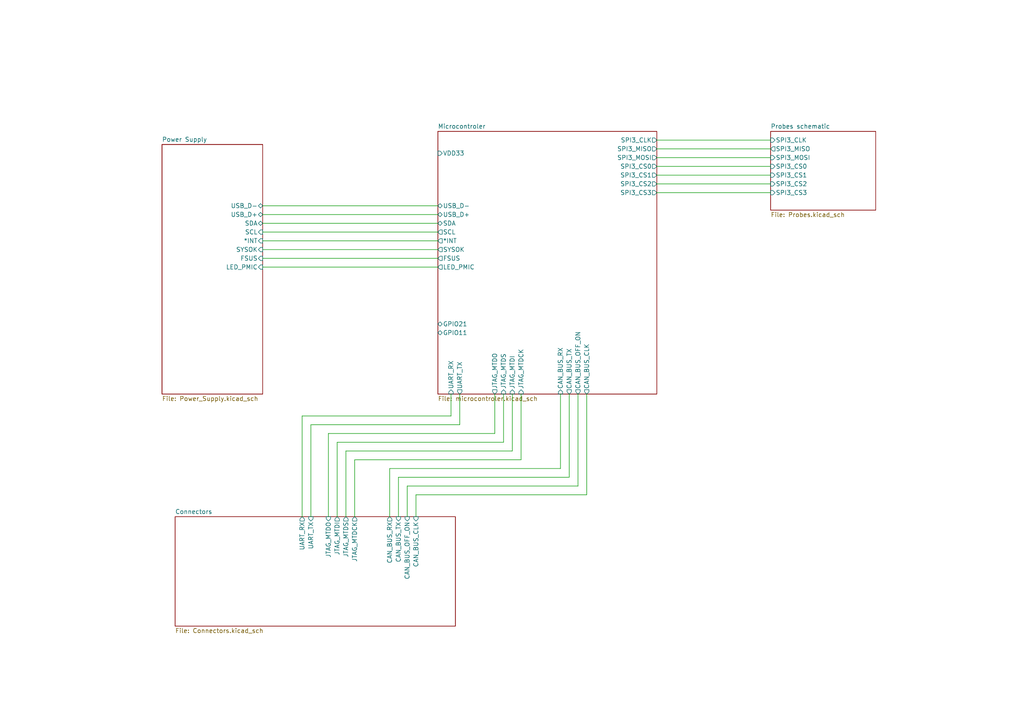
<source format=kicad_sch>
(kicad_sch (version 20211123) (generator eeschema)
  (paper "A4")
  (title_block (title "Misca PCB") (date "2022-06-17") (rev "A2") (company "Club SynapsÉTS") (comment 1 "Auteur : Jacques Veneziano"))
  (lib_symbols)
  (wire (pts (xy 102.87 133.35) (xy 151.13 133.35)))
  (wire (pts (xy 151.13 133.35) (xy 151.13 114.3)))
  (wire (pts (xy 167.64 140.97) (xy 167.64 114.3)))
  (wire (pts (xy 76.2 74.93) (xy 127 74.93)))
  (wire (pts (xy 115.57 149.86) (xy 115.57 138.43)))
  (wire (pts (xy 97.79 149.86) (xy 97.79 128.27)))
  (wire (pts (xy 76.2 62.23) (xy 127 62.23)))
  (wire (pts (xy 165.1 138.43) (xy 165.1 114.3)))
  (wire (pts (xy 120.65 143.51) (xy 170.18 143.51)))
  (wire (pts (xy 190.5 45.72) (xy 223.52 45.72)))
  (wire (pts (xy 190.5 43.18) (xy 223.52 43.18)))
  (wire (pts (xy 118.11 140.97) (xy 167.64 140.97)))
  (wire (pts (xy 76.2 67.31) (xy 127 67.31)))
  (wire (pts (xy 76.2 77.47) (xy 127 77.47)))
  (wire (pts (xy 100.33 130.81) (xy 148.59 130.81)))
  (wire (pts (xy 95.25 125.73) (xy 143.51 125.73)))
  (wire (pts (xy 146.05 128.27) (xy 146.05 114.3)))
  (wire (pts (xy 97.79 128.27) (xy 146.05 128.27)))
  (wire (pts (xy 113.03 149.86) (xy 113.03 135.89)))
  (wire (pts (xy 190.5 50.8) (xy 223.52 50.8)))
  (wire (pts (xy 148.59 130.81) (xy 148.59 114.3)))
  (wire (pts (xy 118.11 149.86) (xy 118.11 140.97)))
  (wire (pts (xy 90.17 149.86) (xy 90.17 123.19)))
  (wire (pts (xy 120.65 149.86) (xy 120.65 143.51)))
  (wire (pts (xy 162.56 114.3) (xy 162.56 135.89)))
  (wire (pts (xy 90.17 123.19) (xy 133.35 123.19)))
  (wire (pts (xy 190.5 40.64) (xy 223.52 40.64)))
  (wire (pts (xy 76.2 64.77) (xy 127 64.77)))
  (wire (pts (xy 87.63 149.86) (xy 87.63 120.65)))
  (wire (pts (xy 190.5 53.34) (xy 223.52 53.34)))
  (wire (pts (xy 76.2 59.69) (xy 127 59.69)))
  (wire (pts (xy 102.87 149.86) (xy 102.87 133.35)))
  (wire (pts (xy 190.5 48.26) (xy 223.52 48.26)))
  (wire (pts (xy 130.81 120.65) (xy 130.81 114.3)))
  (wire (pts (xy 87.63 120.65) (xy 130.81 120.65)))
  (wire (pts (xy 115.57 138.43) (xy 165.1 138.43)))
  (wire (pts (xy 95.25 149.86) (xy 95.25 125.73)))
  (wire (pts (xy 143.51 125.73) (xy 143.51 114.3)))
  (wire (pts (xy 76.2 72.39) (xy 127 72.39)))
  (wire (pts (xy 170.18 143.51) (xy 170.18 114.3)))
  (wire (pts (xy 113.03 135.89) (xy 162.56 135.89)))
  (wire (pts (xy 100.33 149.86) (xy 100.33 130.81)))
  (wire (pts (xy 76.2 69.85) (xy 127 69.85)))
  (wire (pts (xy 190.5 55.88) (xy 223.52 55.88)))
  (wire (pts (xy 133.35 123.19) (xy 133.35 114.3)))
  (sheet (at 46.99 41.91) (size 29.21 72.39)
    (property "Sheet name" "Power Supply" (at 46.99 41.1984 0) (effects (justify left bottom)))
    (property "Sheet file" "Power_Supply.kicad_sch" (at 46.99 114.8846 0) (effects (justify left top)))
    (pin "USB_D-" bidirectional (at 76.2 59.69 0))
    (pin "USB_D+" bidirectional (at 76.2 62.23 0))
    (pin "FSUS" input (at 76.2 74.93 0))
    (pin "SCL" input (at 76.2 67.31 0))
    (pin "SYSOK" input (at 76.2 72.39 0))
    (pin "*INT" input (at 76.2 69.85 0))
    (pin "SDA" bidirectional (at 76.2 64.77 0))
    (pin "LED_PMIC" input (at 76.2 77.47 0))
  )
  (sheet (at 127 38.1) (size 63.5 76.2)
    (property "Sheet name" "Microcontroler" (at 127 37.3884 0) (effects (justify left bottom)))
    (property "Sheet file" "microcontroler.kicad_sch" (at 127 114.8846 0) (effects (justify left top)))
    (pin "VDD33" input (at 127 44.45 180))
    (pin "USB_D-" bidirectional (at 127 59.69 180))
    (pin "USB_D+" bidirectional (at 127 62.23 180))
    (pin "SPI3_CLK" output (at 190.5 40.64 0))
    (pin "SPI3_MISO" output (at 190.5 43.18 0))
    (pin "SPI3_CS0" output (at 190.5 48.26 0))
    (pin "SPI3_MOSI" output (at 190.5 45.72 0))
    (pin "JTAG_MTDO" output (at 143.51 114.3 270))
    (pin "JTAG_MTDS" input (at 146.05 114.3 270))
    (pin "JTAG_MTDI" input (at 148.59 114.3 270))
    (pin "JTAG_MTDCK" input (at 151.13 114.3 270))
    (pin "GPIO21" bidirectional (at 127 93.98 180))
    (pin "GPIO11" bidirectional (at 127 96.52 180))
    (pin "LED_PMIC" output (at 127 77.47 180))
    (pin "*INT" output (at 127 69.85 180))
    (pin "FSUS" output (at 127 74.93 180))
    (pin "SYSOK" output (at 127 72.39 180))
    (pin "SDA" bidirectional (at 127 64.77 180))
    (pin "SCL" output (at 127 67.31 180))
    (pin "CAN_BUS_OFF_ON" output (at 167.64 114.3 270))
    (pin "CAN_BUS_CLK" output (at 170.18 114.3 270))
    (pin "CAN_BUS_RX" input (at 162.56 114.3 270))
    (pin "CAN_BUS_TX" output (at 165.1 114.3 270))
    (pin "SPI3_CS2" output (at 190.5 53.34 0))
    (pin "SPI3_CS1" output (at 190.5 50.8 0))
    (pin "SPI3_CS3" output (at 190.5 55.88 0))
    (pin "UART_RX" input (at 130.81 114.3 270))
    (pin "UART_TX" output (at 133.35 114.3 270))
  )
  (sheet (at 223.52 38.1) (size 30.48 22.86)
    (property "Sheet name" "Probes schematic" (at 223.52 37.3884 0) (effects (justify left bottom)))
    (property "Sheet file" "Probes.kicad_sch" (at 223.52 61.5446 0) (effects (justify left top)))
    (pin "SPI3_CS0" input (at 223.52 48.26 180))
    (pin "SPI3_MISO" output (at 223.52 43.18 180))
    (pin "SPI3_CLK" input (at 223.52 40.64 180))
    (pin "SPI3_MOSI" input (at 223.52 45.72 180))
    (pin "SPI3_CS2" input (at 223.52 53.34 180))
    (pin "SPI3_CS1" input (at 223.52 50.8 180))
    (pin "SPI3_CS3" input (at 223.52 55.88 180))
  )
  (sheet (at 50.8 149.86) (size 81.28 31.75)
    (property "Sheet name" "Connectors" (at 50.8 149.1484 0) (effects (justify left bottom)))
    (property "Sheet file" "Connectors.kicad_sch" (at 50.8 182.1946 0) (effects (justify left top)))
    (pin "JTAG_MTDI" output (at 97.79 149.86 90))
    (pin "JTAG_MTDS" output (at 100.33 149.86 90))
    (pin "JTAG_MTDO" input (at 95.25 149.86 90))
    (pin "JTAG_MTDCK" output (at 102.87 149.86 90))
    (pin "UART_RX" output (at 87.63 149.86 90))
    (pin "UART_TX" input (at 90.17 149.86 90))
    (pin "CAN_BUS_OFF_ON" input (at 118.11 149.86 90))
    (pin "CAN_BUS_CLK" input (at 120.65 149.86 90))
    (pin "CAN_BUS_RX" output (at 113.03 149.86 90))
    (pin "CAN_BUS_TX" input (at 115.57 149.86 90))
  )
)
</source>
